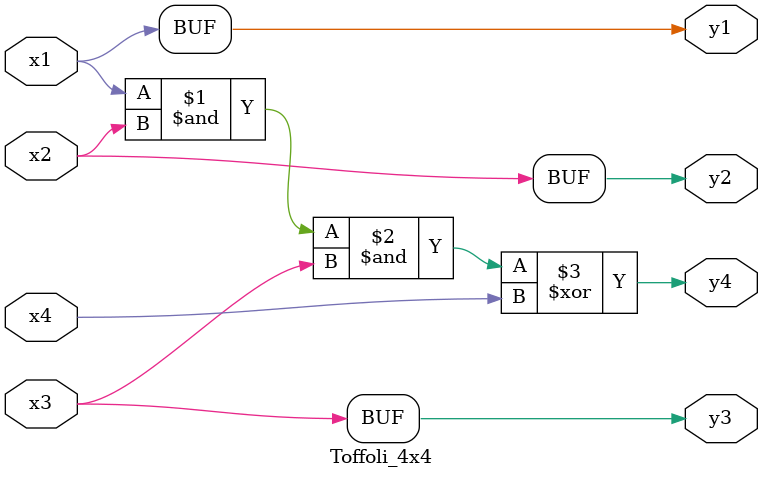
<source format=v>
`timescale 1ns / 1ps


module Toffoli_4x4(
    input x1, x2, x3, x4,
    output y1, y2, y3, y4
    );
    assign y1 = x1;
    assign y2 = x2;
    assign y3 = x3;
    assign y4 = (x1&x2&x3)^x4;
endmodule

</source>
